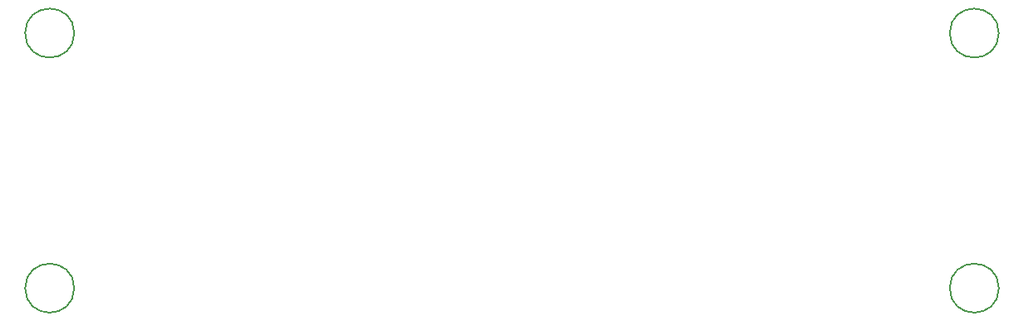
<source format=gbr>
G04 #@! TF.GenerationSoftware,KiCad,Pcbnew,(5.1.5)-2*
G04 #@! TF.CreationDate,2020-04-05T00:52:07+07:00*
G04 #@! TF.ProjectId,KIT_PIC16F1937,4b49545f-5049-4433-9136-46313933372e,rev?*
G04 #@! TF.SameCoordinates,Original*
G04 #@! TF.FileFunction,Other,Comment*
%FSLAX46Y46*%
G04 Gerber Fmt 4.6, Leading zero omitted, Abs format (unit mm)*
G04 Created by KiCad (PCBNEW (5.1.5)-2) date 2020-04-05 00:52:07*
%MOMM*%
%LPD*%
G04 APERTURE LIST*
%ADD10C,0.150000*%
G04 APERTURE END LIST*
D10*
X147788000Y-99568000D02*
G75*
G03X147788000Y-99568000I-2500000J0D01*
G01*
X147788000Y-125603000D02*
G75*
G03X147788000Y-125603000I-2500000J0D01*
G01*
X241895000Y-99568000D02*
G75*
G03X241895000Y-99568000I-2500000J0D01*
G01*
X241895000Y-125603000D02*
G75*
G03X241895000Y-125603000I-2500000J0D01*
G01*
M02*

</source>
